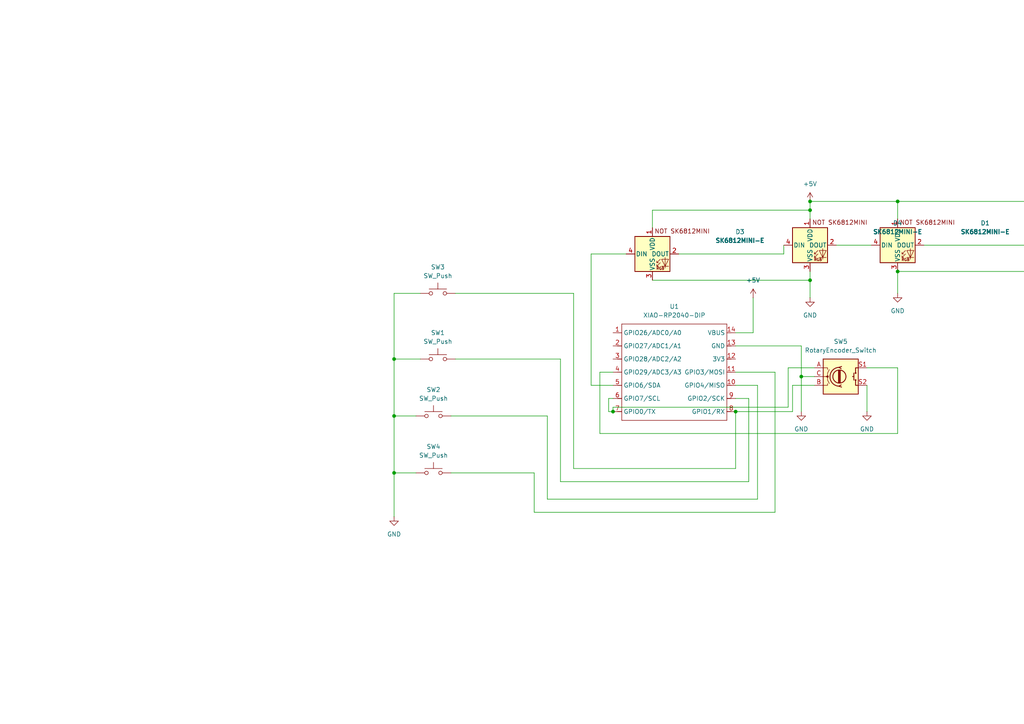
<source format=kicad_sch>
(kicad_sch (version 20250114) (generator "eeschema") (generator_version "9.0")
  (paper "A4")
  (lib_symbols
    (symbol "Device:RotaryEncoder_Switch" (pin_names (offset 0.254) (hide yes))
      (property "Reference" "SW" (at 0 6.604 0))
      (property "Value" "RotaryEncoder_Switch" (at 0 -6.604 0))
      (symbol "RotaryEncoder_Switch_0_1"
        (rectangle (start -5.08 5.08) (end 5.08 -5.08) (stroke (width 0.254)) (fill (type background)))
        (polyline (pts (xy -5.08 2.54) (xy -3.81 2.54) (xy -3.81 2.032)))
        (polyline (pts (xy -5.08 0) (xy -3.81 0) (xy -3.81 -1.016) (xy -3.302 -2.032)))
        (polyline (pts (xy -5.08 -2.54) (xy -3.81 -2.54) (xy -3.81 -2.032)))
        (polyline (pts (xy -4.318 0) (xy -3.81 0) (xy -3.81 1.016) (xy -3.302 2.032)))
        (circle (center -3.81 0) (radius 0.254) (fill (type outline)))
        (polyline (pts (xy -0.635 -1.778) (xy -0.635 1.778)) (stroke (width 0.254)))
        (circle (center -0.381 0) (radius 1.905) (stroke (width 0.254)))
        (polyline (pts (xy -0.381 -1.778) (xy -0.381 1.778)) (stroke (width 0.254)))
        (arc (start -0.381 -2.794) (mid -3.0988 -0.0635) (end -0.381 2.667) (stroke (width 0.254)))
        (polyline (pts (xy -0.127 1.778) (xy -0.127 -1.778)) (stroke (width 0.254)))
        (polyline (pts (xy 0.254 2.921) (xy -0.508 2.667) (xy 0.127 2.286)) (stroke (width 0.254)))
        (polyline (pts (xy 0.254 -3.048) (xy -0.508 -2.794) (xy 0.127 -2.413)) (stroke (width 0.254)))
        (polyline (pts (xy 3.81 1.016) (xy 3.81 -1.016)) (stroke (width 0.254)))
        (polyline (pts (xy 3.81 0) (xy 3.429 0)) (stroke (width 0.254)))
        (circle (center 4.318 1.016) (radius 0.127) (stroke (width 0.254)))
        (circle (center 4.318 -1.016) (radius 0.127) (stroke (width 0.254)))
        (polyline (pts (xy 5.08 2.54) (xy 4.318 2.54) (xy 4.318 1.016)) (stroke (width 0.254)))
        (polyline (pts (xy 5.08 -2.54) (xy 4.318 -2.54) (xy 4.318 -1.016)) (stroke (width 0.254)))
      )
      (symbol "RotaryEncoder_Switch_1_1"
        (pin passive line (at -7.62 2.54 0) (length 2.54) (name "A") (number "A"))
        (pin passive line (at -7.62 0 0) (length 2.54) (name "C") (number "C"))
        (pin passive line (at -7.62 -2.54 0) (length 2.54) (name "B") (number "B"))
        (pin passive line (at 7.62 2.54 180) (length 2.54) (name "S1") (number "S1"))
        (pin passive line (at 7.62 -2.54 180) (length 2.54) (name "S2") (number "S2"))
      )
    )
    (symbol "Hackclub Symbols:SK6812MINI-E" (pin_names (offset 0.254))
      (property "Reference" "D" (at -3.556 5.842 0))
      (property "Value" "SK6812MINI-E" (at 1.27 -5.715 0))
      (symbol "SK6812MINI-E_0_0"
        (text "RGB" (at 2.286 -4.191 0) (effects (font (size 0.762 0.762))))
      )
      (symbol "SK6812MINI-E_0_1"
        (rectangle (start -5.08 5.08) (end 5.08 -5.08) (stroke (width 0.254)) (fill (type background)))
        (polyline (pts (xy 1.27 -2.54) (xy 1.778 -2.54)))
        (polyline (pts (xy 1.27 -3.556) (xy 1.778 -3.556)))
        (polyline (pts (xy 2.286 -1.524) (xy 1.27 -2.54) (xy 1.27 -2.032)))
        (polyline (pts (xy 2.286 -2.54) (xy 1.27 -3.556) (xy 1.27 -3.048)))
        (polyline (pts (xy 3.683 -1.016) (xy 3.683 -3.556) (xy 3.683 -4.064)))
        (polyline (pts (xy 4.699 -1.524) (xy 2.667 -1.524) (xy 3.683 -3.556) (xy 4.699 -1.524)))
        (polyline (pts (xy 4.699 -3.556) (xy 2.667 -3.556)))
      )
      (symbol "SK6812MINI-E_1_1"
        (text "NOT SK6812MINI" (at 8.636 6.604 0) (effects (font (size 1.27 1.27))))
        (pin input line (at -7.62 0 0) (length 2.54) (name "DIN") (number "4"))
        (pin power_in line (at 0 7.62 270) (length 2.54) (name "VDD") (number "1"))
        (pin power_in line (at 0 -7.62 90) (length 2.54) (name "VSS") (number "3"))
        (pin output line (at 7.62 0 180) (length 2.54) (name "DOUT") (number "2"))
      )
    )
    (symbol "OPL Library:XIAO-RP2040-DIP"
      (property "Reference" "U" (at 0 0 0))
      (property "Value" "XIAO-RP2040-DIP" (at 5.334 -1.778 0))
      (symbol "XIAO-RP2040-DIP_1_0"
        (polyline (pts (xy -1.27 -2.54) (xy 29.21 -2.54)) (stroke (width 0.1524)))
        (polyline (pts (xy -1.27 -5.08) (xy -2.54 -5.08)) (stroke (width 0.1524)))
        (polyline (pts (xy -1.27 -5.08) (xy -1.27 -2.54)) (stroke (width 0.1524)))
        (polyline (pts (xy -1.27 -8.89) (xy -2.54 -8.89)) (stroke (width 0.1524)))
        (polyline (pts (xy -1.27 -8.89) (xy -1.27 -5.08)) (stroke (width 0.1524)))
        (polyline (pts (xy -1.27 -12.7) (xy -2.54 -12.7)) (stroke (width 0.1524)))
        (polyline (pts (xy -1.27 -12.7) (xy -1.27 -8.89)) (stroke (width 0.1524)))
        (polyline (pts (xy -1.27 -16.51) (xy -2.54 -16.51)) (stroke (width 0.1524)))
        (polyline (pts (xy -1.27 -16.51) (xy -1.27 -12.7)) (stroke (width 0.1524)))
        (polyline (pts (xy -1.27 -20.32) (xy -2.54 -20.32)) (stroke (width 0.1524)))
        (polyline (pts (xy -1.27 -24.13) (xy -2.54 -24.13)) (stroke (width 0.1524)))
        (polyline (pts (xy -1.27 -27.94) (xy -2.54 -27.94)) (stroke (width 0.1524)))
        (polyline (pts (xy -1.27 -30.48) (xy -1.27 -16.51)) (stroke (width 0.1524)))
        (polyline (pts (xy 29.21 -2.54) (xy 29.21 -5.08)) (stroke (width 0.1524)))
        (polyline (pts (xy 29.21 -5.08) (xy 29.21 -8.89)) (stroke (width 0.1524)))
        (polyline (pts (xy 29.21 -8.89) (xy 29.21 -12.7)) (stroke (width 0.1524)))
        (polyline (pts (xy 29.21 -12.7) (xy 29.21 -30.48)) (stroke (width 0.1524)))
        (polyline (pts (xy 29.21 -30.48) (xy -1.27 -30.48)) (stroke (width 0.1524)))
        (polyline (pts (xy 30.48 -5.08) (xy 29.21 -5.08)) (stroke (width 0.1524)))
        (polyline (pts (xy 30.48 -8.89) (xy 29.21 -8.89)) (stroke (width 0.1524)))
        (polyline (pts (xy 30.48 -12.7) (xy 29.21 -12.7)) (stroke (width 0.1524)))
        (polyline (pts (xy 30.48 -16.51) (xy 29.21 -16.51)) (stroke (width 0.1524)))
        (polyline (pts (xy 30.48 -20.32) (xy 29.21 -20.32)) (stroke (width 0.1524)))
        (polyline (pts (xy 30.48 -24.13) (xy 29.21 -24.13)) (stroke (width 0.1524)))
        (polyline (pts (xy 30.48 -27.94) (xy 29.21 -27.94)) (stroke (width 0.1524)))
        (pin passive line (at -3.81 -5.08 0) (length 2.54) (name "GPIO26/ADC0/A0") (number "1"))
        (pin passive line (at -3.81 -8.89 0) (length 2.54) (name "GPIO27/ADC1/A1") (number "2"))
        (pin passive line (at -3.81 -12.7 0) (length 2.54) (name "GPIO28/ADC2/A2") (number "3"))
        (pin passive line (at -3.81 -16.51 0) (length 2.54) (name "GPIO29/ADC3/A3") (number "4"))
        (pin passive line (at -3.81 -20.32 0) (length 2.54) (name "GPIO6/SDA") (number "5"))
        (pin passive line (at -3.81 -24.13 0) (length 2.54) (name "GPIO7/SCL") (number "6"))
        (pin passive line (at -3.81 -27.94 0) (length 2.54) (name "GPIO0/TX") (number "7"))
        (pin passive line (at 31.75 -5.08 180) (length 2.54) (name "VBUS") (number "14"))
        (pin passive line (at 31.75 -8.89 180) (length 2.54) (name "GND") (number "13"))
        (pin passive line (at 31.75 -12.7 180) (length 2.54) (name "3V3") (number "12"))
        (pin passive line (at 31.75 -16.51 180) (length 2.54) (name "GPIO3/MOSI") (number "11"))
        (pin passive line (at 31.75 -20.32 180) (length 2.54) (name "GPIO4/MISO") (number "10"))
        (pin passive line (at 31.75 -24.13 180) (length 2.54) (name "GPIO2/SCK") (number "9"))
        (pin passive line (at 31.75 -27.94 180) (length 2.54) (name "GPIO1/RX") (number "8"))
      )
    )
    (symbol "Switch:SW_Push" (pin_numbers (hide yes)) (pin_names (offset 1.016) (hide yes))
      (property "Reference" "SW" (at 1.27 2.54 0))
      (property "Value" "SW_Push" (at 0 -1.524 0))
      (symbol "SW_Push_0_1"
        (circle (center -2.032 0) (radius 0.508))
        (polyline (pts (xy 0 1.27) (xy 0 3.048)))
        (circle (center 2.032 0) (radius 0.508))
        (polyline (pts (xy 2.54 1.27) (xy -2.54 1.27)))
        (pin passive line (at -5.08 0 0) (length 2.54) (name "1") (number "1"))
        (pin passive line (at 5.08 0 180) (length 2.54) (name "2") (number "2"))
      )
    )
    (symbol "power:+5V" (power) (pin_numbers (hide yes)) (pin_names (offset 0) (hide yes))
      (property "Value" "+5V" (at 0 3.556 0))
      (symbol "+5V_0_1"
        (polyline (pts (xy -0.762 1.27) (xy 0 2.54)))
        (polyline (pts (xy 0 2.54) (xy 0.762 1.27)))
        (polyline (pts (xy 0 0) (xy 0 2.54)))
      )
      (symbol "+5V_1_1"
        (pin power_in line (at 0 0 90) (length 0) (name "~") (number "1"))
      )
    )
    (symbol "power:GND" (power) (pin_numbers (hide yes)) (pin_names (offset 0) (hide yes))
      (property "Value" "GND" (at 0 -3.81 0))
      (symbol "GND_0_1"
        (polyline (pts (xy 0 0) (xy 0 -1.27) (xy 1.27 -1.27) (xy 0 -2.54) (xy -1.27 -1.27) (xy 0 -1.27)))
      )
      (symbol "GND_1_1"
        (pin power_in line (at 0 0 270) (length 0) (name "~") (number "1"))
      )
    )
  )
  (junction (at 234.95 60.96))
  (junction (at 213.36 119.38))
  (junction (at 232.41 109.22))
  (junction (at 114.3 120.65))
  (junction (at 260.35 58.42))
  (junction (at 177.8 119.38))
  (junction (at 114.3 104.14))
  (junction (at 114.3 137.16))
  (junction (at 234.95 58.42))
  (junction (at 260.35 78.74))
  (junction (at 234.95 81.28))
  (wire (pts (xy 298.45 68.58) (xy 298.45 71.12)))
  (wire (pts (xy 260.35 63.5) (xy 260.35 58.42)))
  (wire (pts (xy 234.95 58.42) (xy 234.95 60.96)))
  (wire (pts (xy 267.97 71.12) (xy 298.45 71.12)))
  (wire (pts (xy 213.36 135.89) (xy 213.36 119.38)))
  (wire (pts (xy 177.8 111.76) (xy 171.45 111.76)))
  (wire (pts (xy 173.99 125.73) (xy 173.99 107.95)))
  (wire (pts (xy 234.95 81.28) (xy 234.95 86.36)))
  (wire (pts (xy 154.94 137.16) (xy 154.94 148.59)))
  (wire (pts (xy 158.75 120.65) (xy 158.75 144.78)))
  (wire (pts (xy 120.65 137.16) (xy 114.3 137.16)))
  (wire (pts (xy 130.81 120.65) (xy 158.75 120.65)))
  (wire (pts (xy 260.35 78.74) (xy 306.07 78.74)))
  (wire (pts (xy 196.85 73.66) (xy 227.33 73.66)))
  (wire (pts (xy 242.57 71.12) (xy 252.73 71.12)))
  (wire (pts (xy 171.45 111.76) (xy 171.45 73.66)))
  (wire (pts (xy 218.44 86.36) (xy 218.44 96.52)))
  (wire (pts (xy 260.35 106.68) (xy 260.35 125.73)))
  (wire (pts (xy 213.36 111.76) (xy 219.71 111.76)))
  (wire (pts (xy 114.3 120.65) (xy 114.3 137.16)))
  (wire (pts (xy 224.79 148.59) (xy 224.79 107.95)))
  (wire (pts (xy 114.3 137.16) (xy 114.3 149.86)))
  (wire (pts (xy 229.87 119.38) (xy 213.36 119.38)))
  (wire (pts (xy 176.53 119.38) (xy 176.53 115.57)))
  (wire (pts (xy 251.46 106.68) (xy 260.35 106.68)))
  (wire (pts (xy 114.3 104.14) (xy 114.3 120.65)))
  (wire (pts (xy 162.56 104.14) (xy 162.56 139.7)))
  (wire (pts (xy 189.23 60.96) (xy 234.95 60.96)))
  (wire (pts (xy 227.33 73.66) (xy 227.33 71.12)))
  (wire (pts (xy 229.87 111.76) (xy 229.87 119.38)))
  (wire (pts (xy 177.8 119.38) (xy 176.53 119.38)))
  (wire (pts (xy 251.46 111.76) (xy 251.46 119.38)))
  (wire (pts (xy 189.23 81.28) (xy 234.95 81.28)))
  (wire (pts (xy 236.22 109.22) (xy 232.41 109.22)))
  (wire (pts (xy 228.6 118.11) (xy 177.8 118.11)))
  (wire (pts (xy 130.81 137.16) (xy 154.94 137.16)))
  (wire (pts (xy 232.41 100.33) (xy 232.41 109.22)))
  (wire (pts (xy 217.17 139.7) (xy 217.17 115.57)))
  (wire (pts (xy 236.22 111.76) (xy 229.87 111.76)))
  (wire (pts (xy 114.3 104.14) (xy 121.92 104.14)))
  (wire (pts (xy 213.36 100.33) (xy 232.41 100.33)))
  (wire (pts (xy 224.79 107.95) (xy 213.36 107.95)))
  (wire (pts (xy 158.75 144.78) (xy 219.71 144.78)))
  (wire (pts (xy 228.6 106.68) (xy 228.6 118.11)))
  (wire (pts (xy 260.35 58.42) (xy 306.07 58.42)))
  (wire (pts (xy 166.37 135.89) (xy 213.36 135.89)))
  (wire (pts (xy 121.92 85.09) (xy 114.3 85.09)))
  (wire (pts (xy 171.45 73.66) (xy 181.61 73.66)))
  (wire (pts (xy 177.8 118.11) (xy 177.8 119.38)))
  (wire (pts (xy 176.53 115.57) (xy 177.8 115.57)))
  (wire (pts (xy 114.3 85.09) (xy 114.3 104.14)))
  (wire (pts (xy 162.56 139.7) (xy 217.17 139.7)))
  (wire (pts (xy 132.08 85.09) (xy 166.37 85.09)))
  (wire (pts (xy 236.22 106.68) (xy 228.6 106.68)))
  (wire (pts (xy 260.35 58.42) (xy 234.95 58.42)))
  (wire (pts (xy 189.23 66.04) (xy 189.23 60.96)))
  (wire (pts (xy 306.07 76.2) (xy 306.07 78.74)))
  (wire (pts (xy 154.94 148.59) (xy 224.79 148.59)))
  (wire (pts (xy 132.08 104.14) (xy 162.56 104.14)))
  (wire (pts (xy 234.95 78.74) (xy 234.95 81.28)))
  (wire (pts (xy 306.07 58.42) (xy 306.07 60.96)))
  (wire (pts (xy 114.3 120.65) (xy 120.65 120.65)))
  (wire (pts (xy 213.36 96.52) (xy 218.44 96.52)))
  (wire (pts (xy 234.95 60.96) (xy 234.95 63.5)))
  (wire (pts (xy 232.41 109.22) (xy 232.41 119.38)))
  (wire (pts (xy 219.71 144.78) (xy 219.71 111.76)))
  (wire (pts (xy 166.37 85.09) (xy 166.37 135.89)))
  (wire (pts (xy 217.17 115.57) (xy 213.36 115.57)))
  (wire (pts (xy 260.35 125.73) (xy 173.99 125.73)))
  (wire (pts (xy 173.99 107.95) (xy 177.8 107.95)))
  (wire (pts (xy 260.35 78.74) (xy 260.35 85.09)))
  (symbol (lib_id "power:GND") (at 260.35 85.09 0) (unit 1)
    (property "Reference" "#PWR07" (effects (hide yes)))
    (property "Value" "GND" (at 260.35 90.17 0))
    (property "Description" "Power symbol creates a global label with name \"GND\" , ground" (effects (hide yes)))
  )
  (symbol (lib_id "power:+5V") (at 234.95 58.42 0) (unit 1)
    (property "Reference" "#PWR03" (effects (hide yes)))
    (property "Value" "+5V" (at 234.95 53.34 0))
    (property "Description" "Power symbol creates a global label with name \"+5V\"" (effects (hide yes)))
  )
  (symbol (lib_id "Switch:SW_Push") (at 127 104.14 0) (unit 1)
    (property "Reference" "SW1" (at 127 96.52 0))
    (property "Value" "SW_Push" (at 127 99.06 0))
    (property "Footprint" "Button_Switch_Keyboard:SW_Cherry_MX_1.00u_PCB" (effects (hide yes)))
    (property "Description" "Push button switch, generic, two pins" (effects (hide yes)))
  )
  (symbol (lib_id "Switch:SW_Push") (at 125.73 120.65 0) (unit 1)
    (property "Reference" "SW2" (at 125.73 113.03 0))
    (property "Value" "SW_Push" (at 125.73 115.57 0))
    (property "Footprint" "Button_Switch_Keyboard:SW_Cherry_MX_1.00u_PCB" (effects (hide yes)))
    (property "Description" "Push button switch, generic, two pins" (effects (hide yes)))
  )
  (symbol (lib_id "Switch:SW_Push") (at 125.73 137.16 0) (unit 1)
    (property "Reference" "SW4" (at 125.73 129.54 0))
    (property "Value" "SW_Push" (at 125.73 132.08 0))
    (property "Footprint" "Button_Switch_Keyboard:SW_Cherry_MX_1.00u_PCB" (effects (hide yes)))
    (property "Description" "Push button switch, generic, two pins" (effects (hide yes)))
  )
  (symbol (lib_id "power:GND") (at 232.41 119.38 0) (unit 1)
    (property "Reference" "#PWR04" (effects (hide yes)))
    (property "Value" "GND" (at 232.41 124.46 0))
    (property "Description" "Power symbol creates a global label with name \"GND\" , ground" (effects (hide yes)))
  )
  (symbol (lib_id "Hackclub Symbols:SK6812MINI-E") (at 306.07 68.58 0) (unit 1)
    (property "Reference" "D2" (at 331.47 62.1598 0))
    (property "Value" "SK6812MINI-E" (at 331.47 64.6999 0) (effects (font (thickness 0.254) (bold yes))))
    (property "Footprint" "Hackclub Footprints:MX_SK6812MINI-E_REV" (effects (hide yes)))
    (property "Datasheet" "https://cdn-shop.adafruit.com/product-files/4960/4960_SK6812MINI-E_REV02_EN.pdf" (effects (hide yes)))
    (property "Description" "RGB LED with integrated controller" (effects (hide yes)))
  )
  (symbol (lib_id "Hackclub Symbols:SK6812MINI-E") (at 260.35 71.12 0) (unit 1)
    (property "Reference" "D1" (at 285.75 64.6998 0))
    (property "Value" "SK6812MINI-E" (at 285.75 67.2399 0) (effects (font (thickness 0.254) (bold yes))))
    (property "Footprint" "Hackclub Footprints:MX_SK6812MINI-E_REV" (effects (hide yes)))
    (property "Datasheet" "https://cdn-shop.adafruit.com/product-files/4960/4960_SK6812MINI-E_REV02_EN.pdf" (effects (hide yes)))
    (property "Description" "RGB LED with integrated controller" (effects (hide yes)))
  )
  (symbol (lib_id "power:GND") (at 251.46 119.38 0) (unit 1)
    (property "Reference" "#PWR05" (effects (hide yes)))
    (property "Value" "GND" (at 251.46 124.46 0))
    (property "Description" "Power symbol creates a global label with name \"GND\" , ground" (effects (hide yes)))
  )
  (symbol (lib_id "Hackclub Symbols:SK6812MINI-E") (at 189.23 73.66 0) (unit 1)
    (property "Reference" "D3" (at 214.63 67.2398 0))
    (property "Value" "SK6812MINI-E" (at 214.63 69.7799 0) (effects (font (thickness 0.254) (bold yes))))
    (property "Footprint" "Hackclub Footprints:MX_SK6812MINI-E_REV" (effects (hide yes)))
    (property "Datasheet" "https://cdn-shop.adafruit.com/product-files/4960/4960_SK6812MINI-E_REV02_EN.pdf" (effects (hide yes)))
    (property "Description" "RGB LED with integrated controller" (effects (hide yes)))
  )
  (symbol (lib_id "power:+5V") (at 218.44 86.36 0) (unit 1)
    (property "Reference" "#PWR06" (effects (hide yes)))
    (property "Value" "+5V" (at 218.44 81.28 0))
    (property "Description" "Power symbol creates a global label with name \"+5V\"" (effects (hide yes)))
  )
  (symbol (lib_id "Hackclub Symbols:SK6812MINI-E") (at 234.95 71.12 0) (unit 1)
    (property "Reference" "D4" (at 260.35 64.6998 0))
    (property "Value" "SK6812MINI-E" (at 260.35 67.2399 0) (effects (font (thickness 0.254) (bold yes))))
    (property "Footprint" "Hackclub Footprints:MX_SK6812MINI-E_REV" (effects (hide yes)))
    (property "Datasheet" "https://cdn-shop.adafruit.com/product-files/4960/4960_SK6812MINI-E_REV02_EN.pdf" (effects (hide yes)))
    (property "Description" "RGB LED with integrated controller" (effects (hide yes)))
  )
  (symbol (lib_id "Device:RotaryEncoder_Switch") (at 243.84 109.22 0) (unit 1)
    (property "Reference" "SW5" (at 243.84 99.06 0))
    (property "Value" "RotaryEncoder_Switch" (at 243.84 101.6 0))
    (property "Footprint" "Rotary_Encoder:RotaryEncoder_Alps_EC11E-Switch_Vertical_H20mm" (effects (hide yes)))
    (property "Description" "Rotary encoder, dual channel, incremental quadrate outputs, with switch" (effects (hide yes)))
  )
  (symbol (lib_id "power:GND") (at 234.95 86.36 0) (unit 1)
    (property "Reference" "#PWR02" (effects (hide yes)))
    (property "Value" "GND" (at 234.95 91.44 0))
    (property "Description" "Power symbol creates a global label with name \"GND\" , ground" (effects (hide yes)))
  )
  (symbol (lib_id "power:GND") (at 114.3 149.86 0) (unit 1)
    (property "Reference" "#PWR01" (effects (hide yes)))
    (property "Value" "GND" (at 114.3 154.94 0))
    (property "Description" "Power symbol creates a global label with name \"GND\" , ground" (effects (hide yes)))
  )
  (symbol (lib_id "Switch:SW_Push") (at 127 85.09 0) (unit 1)
    (property "Reference" "SW3" (at 127 77.47 0))
    (property "Value" "SW_Push" (at 127 80.01 0))
    (property "Footprint" "Button_Switch_Keyboard:SW_Cherry_MX_1.00u_PCB" (effects (hide yes)))
    (property "Description" "Push button switch, generic, two pins" (effects (hide yes)))
  )
  (symbol (lib_id "OPL Library:XIAO-RP2040-DIP") (at 181.61 91.44 0) (unit 1)
    (property "Reference" "U1" (at 195.58 88.9 0))
    (property "Value" "XIAO-RP2040-DIP" (at 195.58 91.44 0))
    (property "Footprint" "OPL Library:XIAO-RP2040-DIP" (effects (hide yes)))
  )
)
</source>
